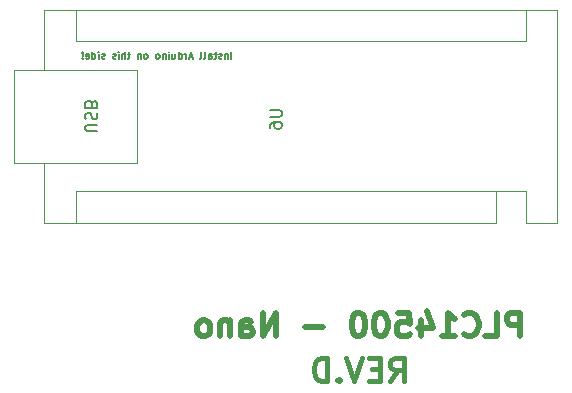
<source format=gbr>
%TF.GenerationSoftware,KiCad,Pcbnew,7.0.7*%
%TF.CreationDate,2024-09-04T09:40:29+02:00*%
%TF.ProjectId,plc14500,706c6331-3435-4303-902e-6b696361645f,rev?*%
%TF.SameCoordinates,Original*%
%TF.FileFunction,Legend,Bot*%
%TF.FilePolarity,Positive*%
%FSLAX46Y46*%
G04 Gerber Fmt 4.6, Leading zero omitted, Abs format (unit mm)*
G04 Created by KiCad (PCBNEW 7.0.7) date 2024-09-04 09:40:29*
%MOMM*%
%LPD*%
G01*
G04 APERTURE LIST*
%ADD10C,0.150000*%
%ADD11C,0.500000*%
%ADD12C,0.400000*%
%ADD13C,0.120000*%
G04 APERTURE END LIST*
D10*
X87565712Y-58054771D02*
X87565712Y-57454771D01*
X87279998Y-57654771D02*
X87279998Y-58054771D01*
X87279998Y-57711914D02*
X87251427Y-57683342D01*
X87251427Y-57683342D02*
X87194284Y-57654771D01*
X87194284Y-57654771D02*
X87108570Y-57654771D01*
X87108570Y-57654771D02*
X87051427Y-57683342D01*
X87051427Y-57683342D02*
X87022856Y-57740485D01*
X87022856Y-57740485D02*
X87022856Y-58054771D01*
X86765713Y-58026200D02*
X86708570Y-58054771D01*
X86708570Y-58054771D02*
X86594284Y-58054771D01*
X86594284Y-58054771D02*
X86537141Y-58026200D01*
X86537141Y-58026200D02*
X86508570Y-57969057D01*
X86508570Y-57969057D02*
X86508570Y-57940485D01*
X86508570Y-57940485D02*
X86537141Y-57883342D01*
X86537141Y-57883342D02*
X86594284Y-57854771D01*
X86594284Y-57854771D02*
X86679999Y-57854771D01*
X86679999Y-57854771D02*
X86737141Y-57826200D01*
X86737141Y-57826200D02*
X86765713Y-57769057D01*
X86765713Y-57769057D02*
X86765713Y-57740485D01*
X86765713Y-57740485D02*
X86737141Y-57683342D01*
X86737141Y-57683342D02*
X86679999Y-57654771D01*
X86679999Y-57654771D02*
X86594284Y-57654771D01*
X86594284Y-57654771D02*
X86537141Y-57683342D01*
X86337142Y-57654771D02*
X86108570Y-57654771D01*
X86251427Y-57454771D02*
X86251427Y-57969057D01*
X86251427Y-57969057D02*
X86222856Y-58026200D01*
X86222856Y-58026200D02*
X86165713Y-58054771D01*
X86165713Y-58054771D02*
X86108570Y-58054771D01*
X85651428Y-58054771D02*
X85651428Y-57740485D01*
X85651428Y-57740485D02*
X85679999Y-57683342D01*
X85679999Y-57683342D02*
X85737142Y-57654771D01*
X85737142Y-57654771D02*
X85851428Y-57654771D01*
X85851428Y-57654771D02*
X85908570Y-57683342D01*
X85651428Y-58026200D02*
X85708570Y-58054771D01*
X85708570Y-58054771D02*
X85851428Y-58054771D01*
X85851428Y-58054771D02*
X85908570Y-58026200D01*
X85908570Y-58026200D02*
X85937142Y-57969057D01*
X85937142Y-57969057D02*
X85937142Y-57911914D01*
X85937142Y-57911914D02*
X85908570Y-57854771D01*
X85908570Y-57854771D02*
X85851428Y-57826200D01*
X85851428Y-57826200D02*
X85708570Y-57826200D01*
X85708570Y-57826200D02*
X85651428Y-57797628D01*
X85279999Y-58054771D02*
X85337142Y-58026200D01*
X85337142Y-58026200D02*
X85365713Y-57969057D01*
X85365713Y-57969057D02*
X85365713Y-57454771D01*
X84965713Y-58054771D02*
X85022856Y-58026200D01*
X85022856Y-58026200D02*
X85051427Y-57969057D01*
X85051427Y-57969057D02*
X85051427Y-57454771D01*
X84308570Y-57883342D02*
X84022856Y-57883342D01*
X84365713Y-58054771D02*
X84165713Y-57454771D01*
X84165713Y-57454771D02*
X83965713Y-58054771D01*
X83765712Y-58054771D02*
X83765712Y-57654771D01*
X83765712Y-57769057D02*
X83737141Y-57711914D01*
X83737141Y-57711914D02*
X83708570Y-57683342D01*
X83708570Y-57683342D02*
X83651427Y-57654771D01*
X83651427Y-57654771D02*
X83594284Y-57654771D01*
X83137141Y-58054771D02*
X83137141Y-57454771D01*
X83137141Y-58026200D02*
X83194283Y-58054771D01*
X83194283Y-58054771D02*
X83308569Y-58054771D01*
X83308569Y-58054771D02*
X83365712Y-58026200D01*
X83365712Y-58026200D02*
X83394283Y-57997628D01*
X83394283Y-57997628D02*
X83422855Y-57940485D01*
X83422855Y-57940485D02*
X83422855Y-57769057D01*
X83422855Y-57769057D02*
X83394283Y-57711914D01*
X83394283Y-57711914D02*
X83365712Y-57683342D01*
X83365712Y-57683342D02*
X83308569Y-57654771D01*
X83308569Y-57654771D02*
X83194283Y-57654771D01*
X83194283Y-57654771D02*
X83137141Y-57683342D01*
X82594284Y-57654771D02*
X82594284Y-58054771D01*
X82851426Y-57654771D02*
X82851426Y-57969057D01*
X82851426Y-57969057D02*
X82822855Y-58026200D01*
X82822855Y-58026200D02*
X82765712Y-58054771D01*
X82765712Y-58054771D02*
X82679998Y-58054771D01*
X82679998Y-58054771D02*
X82622855Y-58026200D01*
X82622855Y-58026200D02*
X82594284Y-57997628D01*
X82308569Y-58054771D02*
X82308569Y-57654771D01*
X82308569Y-57454771D02*
X82337141Y-57483342D01*
X82337141Y-57483342D02*
X82308569Y-57511914D01*
X82308569Y-57511914D02*
X82279998Y-57483342D01*
X82279998Y-57483342D02*
X82308569Y-57454771D01*
X82308569Y-57454771D02*
X82308569Y-57511914D01*
X82022855Y-57654771D02*
X82022855Y-58054771D01*
X82022855Y-57711914D02*
X81994284Y-57683342D01*
X81994284Y-57683342D02*
X81937141Y-57654771D01*
X81937141Y-57654771D02*
X81851427Y-57654771D01*
X81851427Y-57654771D02*
X81794284Y-57683342D01*
X81794284Y-57683342D02*
X81765713Y-57740485D01*
X81765713Y-57740485D02*
X81765713Y-58054771D01*
X81394284Y-58054771D02*
X81451427Y-58026200D01*
X81451427Y-58026200D02*
X81479998Y-57997628D01*
X81479998Y-57997628D02*
X81508570Y-57940485D01*
X81508570Y-57940485D02*
X81508570Y-57769057D01*
X81508570Y-57769057D02*
X81479998Y-57711914D01*
X81479998Y-57711914D02*
X81451427Y-57683342D01*
X81451427Y-57683342D02*
X81394284Y-57654771D01*
X81394284Y-57654771D02*
X81308570Y-57654771D01*
X81308570Y-57654771D02*
X81251427Y-57683342D01*
X81251427Y-57683342D02*
X81222856Y-57711914D01*
X81222856Y-57711914D02*
X81194284Y-57769057D01*
X81194284Y-57769057D02*
X81194284Y-57940485D01*
X81194284Y-57940485D02*
X81222856Y-57997628D01*
X81222856Y-57997628D02*
X81251427Y-58026200D01*
X81251427Y-58026200D02*
X81308570Y-58054771D01*
X81308570Y-58054771D02*
X81394284Y-58054771D01*
X80394284Y-58054771D02*
X80451427Y-58026200D01*
X80451427Y-58026200D02*
X80479998Y-57997628D01*
X80479998Y-57997628D02*
X80508570Y-57940485D01*
X80508570Y-57940485D02*
X80508570Y-57769057D01*
X80508570Y-57769057D02*
X80479998Y-57711914D01*
X80479998Y-57711914D02*
X80451427Y-57683342D01*
X80451427Y-57683342D02*
X80394284Y-57654771D01*
X80394284Y-57654771D02*
X80308570Y-57654771D01*
X80308570Y-57654771D02*
X80251427Y-57683342D01*
X80251427Y-57683342D02*
X80222856Y-57711914D01*
X80222856Y-57711914D02*
X80194284Y-57769057D01*
X80194284Y-57769057D02*
X80194284Y-57940485D01*
X80194284Y-57940485D02*
X80222856Y-57997628D01*
X80222856Y-57997628D02*
X80251427Y-58026200D01*
X80251427Y-58026200D02*
X80308570Y-58054771D01*
X80308570Y-58054771D02*
X80394284Y-58054771D01*
X79937141Y-57654771D02*
X79937141Y-58054771D01*
X79937141Y-57711914D02*
X79908570Y-57683342D01*
X79908570Y-57683342D02*
X79851427Y-57654771D01*
X79851427Y-57654771D02*
X79765713Y-57654771D01*
X79765713Y-57654771D02*
X79708570Y-57683342D01*
X79708570Y-57683342D02*
X79679999Y-57740485D01*
X79679999Y-57740485D02*
X79679999Y-58054771D01*
X79022856Y-57654771D02*
X78794284Y-57654771D01*
X78937141Y-57454771D02*
X78937141Y-57969057D01*
X78937141Y-57969057D02*
X78908570Y-58026200D01*
X78908570Y-58026200D02*
X78851427Y-58054771D01*
X78851427Y-58054771D02*
X78794284Y-58054771D01*
X78594284Y-58054771D02*
X78594284Y-57454771D01*
X78337142Y-58054771D02*
X78337142Y-57740485D01*
X78337142Y-57740485D02*
X78365713Y-57683342D01*
X78365713Y-57683342D02*
X78422856Y-57654771D01*
X78422856Y-57654771D02*
X78508570Y-57654771D01*
X78508570Y-57654771D02*
X78565713Y-57683342D01*
X78565713Y-57683342D02*
X78594284Y-57711914D01*
X78051427Y-58054771D02*
X78051427Y-57654771D01*
X78051427Y-57454771D02*
X78079999Y-57483342D01*
X78079999Y-57483342D02*
X78051427Y-57511914D01*
X78051427Y-57511914D02*
X78022856Y-57483342D01*
X78022856Y-57483342D02*
X78051427Y-57454771D01*
X78051427Y-57454771D02*
X78051427Y-57511914D01*
X77794285Y-58026200D02*
X77737142Y-58054771D01*
X77737142Y-58054771D02*
X77622856Y-58054771D01*
X77622856Y-58054771D02*
X77565713Y-58026200D01*
X77565713Y-58026200D02*
X77537142Y-57969057D01*
X77537142Y-57969057D02*
X77537142Y-57940485D01*
X77537142Y-57940485D02*
X77565713Y-57883342D01*
X77565713Y-57883342D02*
X77622856Y-57854771D01*
X77622856Y-57854771D02*
X77708571Y-57854771D01*
X77708571Y-57854771D02*
X77765713Y-57826200D01*
X77765713Y-57826200D02*
X77794285Y-57769057D01*
X77794285Y-57769057D02*
X77794285Y-57740485D01*
X77794285Y-57740485D02*
X77765713Y-57683342D01*
X77765713Y-57683342D02*
X77708571Y-57654771D01*
X77708571Y-57654771D02*
X77622856Y-57654771D01*
X77622856Y-57654771D02*
X77565713Y-57683342D01*
X76851428Y-58026200D02*
X76794285Y-58054771D01*
X76794285Y-58054771D02*
X76679999Y-58054771D01*
X76679999Y-58054771D02*
X76622856Y-58026200D01*
X76622856Y-58026200D02*
X76594285Y-57969057D01*
X76594285Y-57969057D02*
X76594285Y-57940485D01*
X76594285Y-57940485D02*
X76622856Y-57883342D01*
X76622856Y-57883342D02*
X76679999Y-57854771D01*
X76679999Y-57854771D02*
X76765714Y-57854771D01*
X76765714Y-57854771D02*
X76822856Y-57826200D01*
X76822856Y-57826200D02*
X76851428Y-57769057D01*
X76851428Y-57769057D02*
X76851428Y-57740485D01*
X76851428Y-57740485D02*
X76822856Y-57683342D01*
X76822856Y-57683342D02*
X76765714Y-57654771D01*
X76765714Y-57654771D02*
X76679999Y-57654771D01*
X76679999Y-57654771D02*
X76622856Y-57683342D01*
X76337142Y-58054771D02*
X76337142Y-57654771D01*
X76337142Y-57454771D02*
X76365714Y-57483342D01*
X76365714Y-57483342D02*
X76337142Y-57511914D01*
X76337142Y-57511914D02*
X76308571Y-57483342D01*
X76308571Y-57483342D02*
X76337142Y-57454771D01*
X76337142Y-57454771D02*
X76337142Y-57511914D01*
X75794286Y-58054771D02*
X75794286Y-57454771D01*
X75794286Y-58026200D02*
X75851428Y-58054771D01*
X75851428Y-58054771D02*
X75965714Y-58054771D01*
X75965714Y-58054771D02*
X76022857Y-58026200D01*
X76022857Y-58026200D02*
X76051428Y-57997628D01*
X76051428Y-57997628D02*
X76080000Y-57940485D01*
X76080000Y-57940485D02*
X76080000Y-57769057D01*
X76080000Y-57769057D02*
X76051428Y-57711914D01*
X76051428Y-57711914D02*
X76022857Y-57683342D01*
X76022857Y-57683342D02*
X75965714Y-57654771D01*
X75965714Y-57654771D02*
X75851428Y-57654771D01*
X75851428Y-57654771D02*
X75794286Y-57683342D01*
X75280000Y-58026200D02*
X75337143Y-58054771D01*
X75337143Y-58054771D02*
X75451429Y-58054771D01*
X75451429Y-58054771D02*
X75508571Y-58026200D01*
X75508571Y-58026200D02*
X75537143Y-57969057D01*
X75537143Y-57969057D02*
X75537143Y-57740485D01*
X75537143Y-57740485D02*
X75508571Y-57683342D01*
X75508571Y-57683342D02*
X75451429Y-57654771D01*
X75451429Y-57654771D02*
X75337143Y-57654771D01*
X75337143Y-57654771D02*
X75280000Y-57683342D01*
X75280000Y-57683342D02*
X75251429Y-57740485D01*
X75251429Y-57740485D02*
X75251429Y-57797628D01*
X75251429Y-57797628D02*
X75537143Y-57854771D01*
X74994285Y-57997628D02*
X74965714Y-58026200D01*
X74965714Y-58026200D02*
X74994285Y-58054771D01*
X74994285Y-58054771D02*
X75022857Y-58026200D01*
X75022857Y-58026200D02*
X74994285Y-57997628D01*
X74994285Y-57997628D02*
X74994285Y-58054771D01*
X74994285Y-57826200D02*
X75022857Y-57483342D01*
X75022857Y-57483342D02*
X74994285Y-57454771D01*
X74994285Y-57454771D02*
X74965714Y-57483342D01*
X74965714Y-57483342D02*
X74994285Y-57826200D01*
X74994285Y-57826200D02*
X74994285Y-57454771D01*
D11*
X112044048Y-81544238D02*
X112044048Y-79544238D01*
X112044048Y-79544238D02*
X111282143Y-79544238D01*
X111282143Y-79544238D02*
X111091667Y-79639476D01*
X111091667Y-79639476D02*
X110996429Y-79734714D01*
X110996429Y-79734714D02*
X110901191Y-79925190D01*
X110901191Y-79925190D02*
X110901191Y-80210904D01*
X110901191Y-80210904D02*
X110996429Y-80401380D01*
X110996429Y-80401380D02*
X111091667Y-80496619D01*
X111091667Y-80496619D02*
X111282143Y-80591857D01*
X111282143Y-80591857D02*
X112044048Y-80591857D01*
X109091667Y-81544238D02*
X110044048Y-81544238D01*
X110044048Y-81544238D02*
X110044048Y-79544238D01*
X107282143Y-81353761D02*
X107377381Y-81449000D01*
X107377381Y-81449000D02*
X107663095Y-81544238D01*
X107663095Y-81544238D02*
X107853571Y-81544238D01*
X107853571Y-81544238D02*
X108139286Y-81449000D01*
X108139286Y-81449000D02*
X108329762Y-81258523D01*
X108329762Y-81258523D02*
X108425000Y-81068047D01*
X108425000Y-81068047D02*
X108520238Y-80687095D01*
X108520238Y-80687095D02*
X108520238Y-80401380D01*
X108520238Y-80401380D02*
X108425000Y-80020428D01*
X108425000Y-80020428D02*
X108329762Y-79829952D01*
X108329762Y-79829952D02*
X108139286Y-79639476D01*
X108139286Y-79639476D02*
X107853571Y-79544238D01*
X107853571Y-79544238D02*
X107663095Y-79544238D01*
X107663095Y-79544238D02*
X107377381Y-79639476D01*
X107377381Y-79639476D02*
X107282143Y-79734714D01*
X105377381Y-81544238D02*
X106520238Y-81544238D01*
X105948810Y-81544238D02*
X105948810Y-79544238D01*
X105948810Y-79544238D02*
X106139286Y-79829952D01*
X106139286Y-79829952D02*
X106329762Y-80020428D01*
X106329762Y-80020428D02*
X106520238Y-80115666D01*
X103663095Y-80210904D02*
X103663095Y-81544238D01*
X104139286Y-79449000D02*
X104615476Y-80877571D01*
X104615476Y-80877571D02*
X103377381Y-80877571D01*
X101663095Y-79544238D02*
X102615476Y-79544238D01*
X102615476Y-79544238D02*
X102710714Y-80496619D01*
X102710714Y-80496619D02*
X102615476Y-80401380D01*
X102615476Y-80401380D02*
X102425000Y-80306142D01*
X102425000Y-80306142D02*
X101948809Y-80306142D01*
X101948809Y-80306142D02*
X101758333Y-80401380D01*
X101758333Y-80401380D02*
X101663095Y-80496619D01*
X101663095Y-80496619D02*
X101567857Y-80687095D01*
X101567857Y-80687095D02*
X101567857Y-81163285D01*
X101567857Y-81163285D02*
X101663095Y-81353761D01*
X101663095Y-81353761D02*
X101758333Y-81449000D01*
X101758333Y-81449000D02*
X101948809Y-81544238D01*
X101948809Y-81544238D02*
X102425000Y-81544238D01*
X102425000Y-81544238D02*
X102615476Y-81449000D01*
X102615476Y-81449000D02*
X102710714Y-81353761D01*
X100329762Y-79544238D02*
X100139285Y-79544238D01*
X100139285Y-79544238D02*
X99948809Y-79639476D01*
X99948809Y-79639476D02*
X99853571Y-79734714D01*
X99853571Y-79734714D02*
X99758333Y-79925190D01*
X99758333Y-79925190D02*
X99663095Y-80306142D01*
X99663095Y-80306142D02*
X99663095Y-80782333D01*
X99663095Y-80782333D02*
X99758333Y-81163285D01*
X99758333Y-81163285D02*
X99853571Y-81353761D01*
X99853571Y-81353761D02*
X99948809Y-81449000D01*
X99948809Y-81449000D02*
X100139285Y-81544238D01*
X100139285Y-81544238D02*
X100329762Y-81544238D01*
X100329762Y-81544238D02*
X100520238Y-81449000D01*
X100520238Y-81449000D02*
X100615476Y-81353761D01*
X100615476Y-81353761D02*
X100710714Y-81163285D01*
X100710714Y-81163285D02*
X100805952Y-80782333D01*
X100805952Y-80782333D02*
X100805952Y-80306142D01*
X100805952Y-80306142D02*
X100710714Y-79925190D01*
X100710714Y-79925190D02*
X100615476Y-79734714D01*
X100615476Y-79734714D02*
X100520238Y-79639476D01*
X100520238Y-79639476D02*
X100329762Y-79544238D01*
X98425000Y-79544238D02*
X98234523Y-79544238D01*
X98234523Y-79544238D02*
X98044047Y-79639476D01*
X98044047Y-79639476D02*
X97948809Y-79734714D01*
X97948809Y-79734714D02*
X97853571Y-79925190D01*
X97853571Y-79925190D02*
X97758333Y-80306142D01*
X97758333Y-80306142D02*
X97758333Y-80782333D01*
X97758333Y-80782333D02*
X97853571Y-81163285D01*
X97853571Y-81163285D02*
X97948809Y-81353761D01*
X97948809Y-81353761D02*
X98044047Y-81449000D01*
X98044047Y-81449000D02*
X98234523Y-81544238D01*
X98234523Y-81544238D02*
X98425000Y-81544238D01*
X98425000Y-81544238D02*
X98615476Y-81449000D01*
X98615476Y-81449000D02*
X98710714Y-81353761D01*
X98710714Y-81353761D02*
X98805952Y-81163285D01*
X98805952Y-81163285D02*
X98901190Y-80782333D01*
X98901190Y-80782333D02*
X98901190Y-80306142D01*
X98901190Y-80306142D02*
X98805952Y-79925190D01*
X98805952Y-79925190D02*
X98710714Y-79734714D01*
X98710714Y-79734714D02*
X98615476Y-79639476D01*
X98615476Y-79639476D02*
X98425000Y-79544238D01*
X95377380Y-80782333D02*
X93853571Y-80782333D01*
X91377380Y-81544238D02*
X91377380Y-79544238D01*
X91377380Y-79544238D02*
X90234523Y-81544238D01*
X90234523Y-81544238D02*
X90234523Y-79544238D01*
X88424999Y-81544238D02*
X88424999Y-80496619D01*
X88424999Y-80496619D02*
X88520237Y-80306142D01*
X88520237Y-80306142D02*
X88710713Y-80210904D01*
X88710713Y-80210904D02*
X89091666Y-80210904D01*
X89091666Y-80210904D02*
X89282142Y-80306142D01*
X88424999Y-81449000D02*
X88615475Y-81544238D01*
X88615475Y-81544238D02*
X89091666Y-81544238D01*
X89091666Y-81544238D02*
X89282142Y-81449000D01*
X89282142Y-81449000D02*
X89377380Y-81258523D01*
X89377380Y-81258523D02*
X89377380Y-81068047D01*
X89377380Y-81068047D02*
X89282142Y-80877571D01*
X89282142Y-80877571D02*
X89091666Y-80782333D01*
X89091666Y-80782333D02*
X88615475Y-80782333D01*
X88615475Y-80782333D02*
X88424999Y-80687095D01*
X87472618Y-80210904D02*
X87472618Y-81544238D01*
X87472618Y-80401380D02*
X87377380Y-80306142D01*
X87377380Y-80306142D02*
X87186904Y-80210904D01*
X87186904Y-80210904D02*
X86901189Y-80210904D01*
X86901189Y-80210904D02*
X86710713Y-80306142D01*
X86710713Y-80306142D02*
X86615475Y-80496619D01*
X86615475Y-80496619D02*
X86615475Y-81544238D01*
X85377380Y-81544238D02*
X85567856Y-81449000D01*
X85567856Y-81449000D02*
X85663094Y-81353761D01*
X85663094Y-81353761D02*
X85758332Y-81163285D01*
X85758332Y-81163285D02*
X85758332Y-80591857D01*
X85758332Y-80591857D02*
X85663094Y-80401380D01*
X85663094Y-80401380D02*
X85567856Y-80306142D01*
X85567856Y-80306142D02*
X85377380Y-80210904D01*
X85377380Y-80210904D02*
X85091665Y-80210904D01*
X85091665Y-80210904D02*
X84901189Y-80306142D01*
X84901189Y-80306142D02*
X84805951Y-80401380D01*
X84805951Y-80401380D02*
X84710713Y-80591857D01*
X84710713Y-80591857D02*
X84710713Y-81163285D01*
X84710713Y-81163285D02*
X84805951Y-81353761D01*
X84805951Y-81353761D02*
X84901189Y-81449000D01*
X84901189Y-81449000D02*
X85091665Y-81544238D01*
X85091665Y-81544238D02*
X85377380Y-81544238D01*
D12*
X101044047Y-85359438D02*
X101710714Y-84407057D01*
X102186904Y-85359438D02*
X102186904Y-83359438D01*
X102186904Y-83359438D02*
X101424999Y-83359438D01*
X101424999Y-83359438D02*
X101234523Y-83454676D01*
X101234523Y-83454676D02*
X101139285Y-83549914D01*
X101139285Y-83549914D02*
X101044047Y-83740390D01*
X101044047Y-83740390D02*
X101044047Y-84026104D01*
X101044047Y-84026104D02*
X101139285Y-84216580D01*
X101139285Y-84216580D02*
X101234523Y-84311819D01*
X101234523Y-84311819D02*
X101424999Y-84407057D01*
X101424999Y-84407057D02*
X102186904Y-84407057D01*
X100186904Y-84311819D02*
X99520237Y-84311819D01*
X99234523Y-85359438D02*
X100186904Y-85359438D01*
X100186904Y-85359438D02*
X100186904Y-83359438D01*
X100186904Y-83359438D02*
X99234523Y-83359438D01*
X98663094Y-83359438D02*
X97996428Y-85359438D01*
X97996428Y-85359438D02*
X97329761Y-83359438D01*
X96663094Y-85168961D02*
X96567856Y-85264200D01*
X96567856Y-85264200D02*
X96663094Y-85359438D01*
X96663094Y-85359438D02*
X96758332Y-85264200D01*
X96758332Y-85264200D02*
X96663094Y-85168961D01*
X96663094Y-85168961D02*
X96663094Y-85359438D01*
X95710713Y-85359438D02*
X95710713Y-83359438D01*
X95710713Y-83359438D02*
X95234523Y-83359438D01*
X95234523Y-83359438D02*
X94948808Y-83454676D01*
X94948808Y-83454676D02*
X94758332Y-83645152D01*
X94758332Y-83645152D02*
X94663094Y-83835628D01*
X94663094Y-83835628D02*
X94567856Y-84216580D01*
X94567856Y-84216580D02*
X94567856Y-84502295D01*
X94567856Y-84502295D02*
X94663094Y-84883247D01*
X94663094Y-84883247D02*
X94758332Y-85073723D01*
X94758332Y-85073723D02*
X94948808Y-85264200D01*
X94948808Y-85264200D02*
X95234523Y-85359438D01*
X95234523Y-85359438D02*
X95710713Y-85359438D01*
D10*
X90844819Y-62398095D02*
X91654342Y-62398095D01*
X91654342Y-62398095D02*
X91749580Y-62445714D01*
X91749580Y-62445714D02*
X91797200Y-62493333D01*
X91797200Y-62493333D02*
X91844819Y-62588571D01*
X91844819Y-62588571D02*
X91844819Y-62779047D01*
X91844819Y-62779047D02*
X91797200Y-62874285D01*
X91797200Y-62874285D02*
X91749580Y-62921904D01*
X91749580Y-62921904D02*
X91654342Y-62969523D01*
X91654342Y-62969523D02*
X90844819Y-62969523D01*
X90844819Y-63874285D02*
X90844819Y-63683809D01*
X90844819Y-63683809D02*
X90892438Y-63588571D01*
X90892438Y-63588571D02*
X90940057Y-63540952D01*
X90940057Y-63540952D02*
X91082914Y-63445714D01*
X91082914Y-63445714D02*
X91273390Y-63398095D01*
X91273390Y-63398095D02*
X91654342Y-63398095D01*
X91654342Y-63398095D02*
X91749580Y-63445714D01*
X91749580Y-63445714D02*
X91797200Y-63493333D01*
X91797200Y-63493333D02*
X91844819Y-63588571D01*
X91844819Y-63588571D02*
X91844819Y-63779047D01*
X91844819Y-63779047D02*
X91797200Y-63874285D01*
X91797200Y-63874285D02*
X91749580Y-63921904D01*
X91749580Y-63921904D02*
X91654342Y-63969523D01*
X91654342Y-63969523D02*
X91416247Y-63969523D01*
X91416247Y-63969523D02*
X91321009Y-63921904D01*
X91321009Y-63921904D02*
X91273390Y-63874285D01*
X91273390Y-63874285D02*
X91225771Y-63779047D01*
X91225771Y-63779047D02*
X91225771Y-63588571D01*
X91225771Y-63588571D02*
X91273390Y-63493333D01*
X91273390Y-63493333D02*
X91321009Y-63445714D01*
X91321009Y-63445714D02*
X91416247Y-63398095D01*
X76235180Y-64191904D02*
X75425657Y-64191904D01*
X75425657Y-64191904D02*
X75330419Y-64144285D01*
X75330419Y-64144285D02*
X75282800Y-64096666D01*
X75282800Y-64096666D02*
X75235180Y-64001428D01*
X75235180Y-64001428D02*
X75235180Y-63810952D01*
X75235180Y-63810952D02*
X75282800Y-63715714D01*
X75282800Y-63715714D02*
X75330419Y-63668095D01*
X75330419Y-63668095D02*
X75425657Y-63620476D01*
X75425657Y-63620476D02*
X76235180Y-63620476D01*
X75282800Y-63191904D02*
X75235180Y-63049047D01*
X75235180Y-63049047D02*
X75235180Y-62810952D01*
X75235180Y-62810952D02*
X75282800Y-62715714D01*
X75282800Y-62715714D02*
X75330419Y-62668095D01*
X75330419Y-62668095D02*
X75425657Y-62620476D01*
X75425657Y-62620476D02*
X75520895Y-62620476D01*
X75520895Y-62620476D02*
X75616133Y-62668095D01*
X75616133Y-62668095D02*
X75663752Y-62715714D01*
X75663752Y-62715714D02*
X75711371Y-62810952D01*
X75711371Y-62810952D02*
X75758990Y-63001428D01*
X75758990Y-63001428D02*
X75806609Y-63096666D01*
X75806609Y-63096666D02*
X75854228Y-63144285D01*
X75854228Y-63144285D02*
X75949466Y-63191904D01*
X75949466Y-63191904D02*
X76044704Y-63191904D01*
X76044704Y-63191904D02*
X76139942Y-63144285D01*
X76139942Y-63144285D02*
X76187561Y-63096666D01*
X76187561Y-63096666D02*
X76235180Y-63001428D01*
X76235180Y-63001428D02*
X76235180Y-62763333D01*
X76235180Y-62763333D02*
X76187561Y-62620476D01*
X75758990Y-61858571D02*
X75711371Y-61715714D01*
X75711371Y-61715714D02*
X75663752Y-61668095D01*
X75663752Y-61668095D02*
X75568514Y-61620476D01*
X75568514Y-61620476D02*
X75425657Y-61620476D01*
X75425657Y-61620476D02*
X75330419Y-61668095D01*
X75330419Y-61668095D02*
X75282800Y-61715714D01*
X75282800Y-61715714D02*
X75235180Y-61810952D01*
X75235180Y-61810952D02*
X75235180Y-62191904D01*
X75235180Y-62191904D02*
X76235180Y-62191904D01*
X76235180Y-62191904D02*
X76235180Y-61858571D01*
X76235180Y-61858571D02*
X76187561Y-61763333D01*
X76187561Y-61763333D02*
X76139942Y-61715714D01*
X76139942Y-61715714D02*
X76044704Y-61668095D01*
X76044704Y-61668095D02*
X75949466Y-61668095D01*
X75949466Y-61668095D02*
X75854228Y-61715714D01*
X75854228Y-61715714D02*
X75806609Y-61763333D01*
X75806609Y-61763333D02*
X75758990Y-61858571D01*
X75758990Y-61858571D02*
X75758990Y-62191904D01*
D13*
%TO.C,U6*%
X71750000Y-71950000D02*
X71750000Y-66870000D01*
X109980000Y-71950000D02*
X71750000Y-71950000D01*
X115190000Y-71950000D02*
X112520000Y-71950000D01*
X74420000Y-69280000D02*
X74420000Y-71950000D01*
X109980000Y-69280000D02*
X109980000Y-71950000D01*
X109980000Y-69280000D02*
X74420000Y-69280000D01*
X109980000Y-69280000D02*
X112520000Y-69280000D01*
X112520000Y-69280000D02*
X112520000Y-71950000D01*
X69210000Y-66870000D02*
X79630000Y-66870000D01*
X79630000Y-66870000D02*
X79630000Y-58990000D01*
X69210000Y-58990000D02*
X69210000Y-66870000D01*
X79630000Y-58990000D02*
X69210000Y-58990000D01*
X74420000Y-56580000D02*
X74420000Y-53910000D01*
X112520000Y-56580000D02*
X74420000Y-56580000D01*
X112520000Y-56580000D02*
X112520000Y-53910000D01*
X71750000Y-53910000D02*
X71750000Y-58990000D01*
X71750000Y-53910000D02*
X115190000Y-53910000D01*
X115190000Y-53910000D02*
X115190000Y-71950000D01*
%TD*%
M02*

</source>
